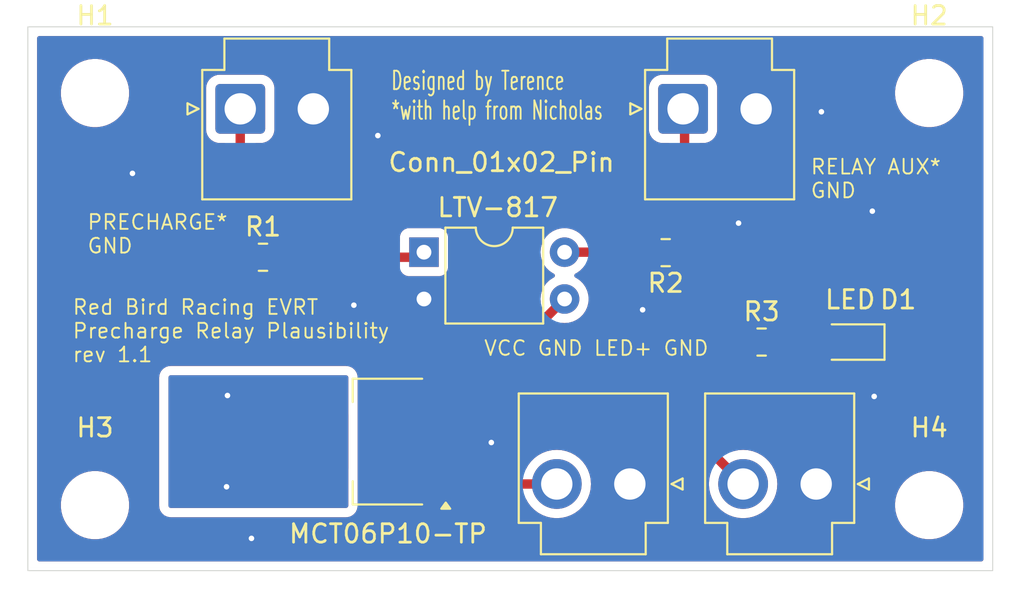
<source format=kicad_pcb>
(kicad_pcb (version 20240108) (generator "pcbnew") (generator_version "8.0")
  (layers (0 "F.Cu" signal) (31 "B.Cu" signal) (34 "B.Paste" user) (35 "F.Paste" user) (36 "B.SilkS" user "B.Silkscreen") (37 "F.SilkS" user "F.Silkscreen") (38 "B.Mask" user) (39 "F.Mask" user) (44 "Edge.Cuts" user))
  (net 0 "")
  (net 1 "GND")
  (net 2 "Net-(D1-A)")
  (net 3 "precharge input")
  (net 4 "relay aux")
  (net 5 "/LED+")
  (net 6 "VCC")
  (net 7 "Net-(Q1-G)")
  (net 8 "Net-(R1-Pad2)")
  (net 9 "Net-(R2-Pad2)")
  (footprint "Connector_JST:JST_VH_B2P-VH_1x02_P3.96mm_Vertical" (layer "F.Cu") (at 134.7425 54.45)
    (property "Reference" "J2" (hide yes))
    (property "Value" "Conn_01x02_Pin" (at -9.8425 2.9 0) (layer "F.SilkS"))
    (fp_line (start -2.86 -0.3) (end -2.26 0) (stroke (width 0.12)) (layer "F.SilkS"))
    (fp_line (start -2.86 0.3) (end -2.86 -0.3) (stroke (width 0.12)) (layer "F.SilkS"))
    (fp_line (start -2.26 0) (end -2.86 0.3) (stroke (width 0.12)) (layer "F.SilkS"))
    (fp_line (start -2.06 -2.11) (end -0.86 -2.11) (stroke (width 0.12)) (layer "F.SilkS"))
    (fp_line (start -2.06 4.91) (end -2.06 -2.11) (stroke (width 0.12)) (layer "F.SilkS"))
    (fp_line (start -0.86 -3.81) (end 4.82 -3.81) (stroke (width 0.12)) (layer "F.SilkS"))
    (fp_line (start -0.86 -2.11) (end -0.86 -3.81) (stroke (width 0.12)) (layer "F.SilkS"))
    (fp_line (start 4.82 -3.81) (end 4.82 -2.11) (stroke (width 0.12)) (layer "F.SilkS"))
    (fp_line (start 4.82 -2.11) (end 6.02 -2.11) (stroke (width 0.12)) (layer "F.SilkS"))
    (fp_line (start 6.02 -2.11) (end 6.02 4.91) (stroke (width 0.12)) (layer "F.SilkS"))
    (fp_line (start 6.02 4.91) (end -2.06 4.91) (stroke (width 0.12)) (layer "F.SilkS"))
    (pad "1" thru_hole roundrect (at 0 0) (size 2.7 2.7) (drill 1.7) (layers "*.Cu" "*.Mask") (roundrect_rratio 0.092593) (net 4 "relay aux"))
    (pad "2" thru_hole circle (at 3.96 0) (size 2.7 2.7) (drill 1.7) (layers "*.Cu" "*.Mask") (net 1 "GND"))
  )
  (footprint "Package_TO_SOT_SMD:SOT-223-3_TabPin2" (layer "F.Cu") (at 118.75 72.5 180)
    (property "Reference" "Q1" (hide yes))
    (property "Value" "MCT06P10-TP" (at 0 -5 180) (layer "F.SilkS"))
    (fp_line (start 1.91 3.41) (end 1.91 2.15) (stroke (width 0.12)) (layer "F.SilkS"))
    (fp_line (start 1.91 -3.41) (end 1.91 -2.15) (stroke (width 0.12)) (layer "F.SilkS"))
    (fp_line (start -1.85 3.41) (end 1.91 3.41) (stroke (width 0.12)) (layer "F.SilkS"))
    (fp_line (start -1.85 -3.41) (end 1.91 -3.41) (stroke (width 0.12)) (layer "F.SilkS"))
    (fp_poly (pts (xy -3.13 -3.31) (xy -3.37 -3.64) (xy -2.89 -3.64) (xy -3.13 -3.31)) (stroke (width 0.12)) (fill solid) (layer "F.SilkS"))
    (pad "1" smd roundrect (at -3.15 -2.3 180) (size 2 1.5) (layers "F.Cu" "F.Paste" "F.Mask") (net 6 "VCC"))
    (pad "2" smd roundrect (at -3.15 0 180) (size 2 1.5) (layers "F.Cu" "F.Paste" "F.Mask") (net 7 "Net-(Q1-G)"))
    (pad "2" smd roundrect (at 3.15 0 180) (size 2 3.8) (layers "F.Cu" "F.Paste" "F.Mask") (net 7 "Net-(Q1-G)"))
    (pad "3" smd roundrect (at -3.15 2.3 180) (size 2 1.5) (layers "F.Cu" "F.Paste" "F.Mask") (net 5 "/LED+"))
  )
  (footprint "Package_DIP:DIP-4_W7.62mm" (layer "F.Cu") (at 120.7 62.225)
    (property "Reference" "U1" (hide yes))
    (property "Value" "LTV-817" (at 4 -2.425 0) (layer "F.SilkS"))
    (fp_line (start 1.16 -1.33) (end 1.16 3.87) (stroke (width 0.12)) (layer "F.SilkS"))
    (fp_line (start 1.16 3.87) (end 6.46 3.87) (stroke (width 0.12)) (layer "F.SilkS"))
    (fp_line (start 2.81 -1.33) (end 1.16 -1.33) (stroke (width 0.12)) (layer "F.SilkS"))
    (fp_line (start 6.46 -1.33) (end 4.81 -1.33) (stroke (width 0.12)) (layer "F.SilkS"))
    (fp_line (start 6.46 3.87) (end 6.46 -1.33) (stroke (width 0.12)) (layer "F.SilkS"))
    (fp_arc (start 4.81 -1.33) (mid 3.81 -0.33) (end 2.81 -1.33) (stroke (width 0.12)) (layer "F.SilkS"))
    (pad "1" thru_hole rect (at 0 0) (size 1.6 1.6) (drill 0.8) (layers "*.Cu" "*.Mask") (net 8 "Net-(R1-Pad2)"))
    (pad "2" thru_hole oval (at 0 2.54) (size 1.6 1.6) (drill 0.8) (layers "*.Cu" "*.Mask") (net 1 "GND"))
    (pad "3" thru_hole oval (at 7.62 2.54) (size 1.6 1.6) (drill 0.8) (layers "*.Cu" "*.Mask") (net 7 "Net-(Q1-G)"))
    (pad "4" thru_hole oval (at 7.62 0) (size 1.6 1.6) (drill 0.8) (layers "*.Cu" "*.Mask") (net 9 "Net-(R2-Pad2)"))
  )
  (footprint "MountingHole:MountingHole_3.2mm_M3" (layer "F.Cu") (at 148.082 75.946)
    (property "Reference" "H4" (at 0 -4.2 0) (layer "F.SilkS"))
    (property "Value" "MountingHole")
    (pad "" np_thru_hole circle (at 0 0) (size 3.2 3.2) (drill 3.2) (layers "*.Cu" "*.Mask"))
  )
  (footprint "Resistor_SMD:R_0805_2012Metric_Pad1.20x1.40mm_HandSolder" (layer "F.Cu") (at 133.8 62.25 180)
    (property "Reference" "R2" (at 0 -1.65 180) (layer "F.SilkS"))
    (property "Value" "2k2")
    (fp_line (start -0.227064 0.735) (end 0.227064 0.735) (stroke (width 0.12)) (layer "F.SilkS"))
    (fp_line (start -0.227064 -0.735) (end 0.227064 -0.735) (stroke (width 0.12)) (layer "F.SilkS"))
    (pad "1" smd roundrect (at -1 0 180) (size 1.2 1.4) (layers "F.Cu" "F.Paste" "F.Mask") (roundrect_rratio 0.208333) (net 4 "relay aux"))
    (pad "2" smd roundrect (at 1 0 180) (size 1.2 1.4) (layers "F.Cu" "F.Paste" "F.Mask") (roundrect_rratio 0.208333) (net 9 "Net-(R2-Pad2)"))
  )
  (footprint "MountingHole:MountingHole_3.2mm_M3" (layer "F.Cu") (at 148.082 53.594)
    (property "Reference" "H2" (at 0 -4.2 0) (layer "F.SilkS"))
    (property "Value" "MountingHole")
    (pad "" np_thru_hole circle (at 0 0) (size 3.2 3.2) (drill 3.2) (layers "*.Cu" "*.Mask"))
  )
  (footprint "Resistor_SMD:R_0805_2012Metric_Pad1.20x1.40mm_HandSolder" (layer "F.Cu") (at 111.975 62.5)
    (property "Reference" "R1" (at 0 -1.65 0) (layer "F.SilkS"))
    (property "Value" "2k2")
    (fp_line (start -0.227064 -0.735) (end 0.227064 -0.735) (stroke (width 0.12)) (layer "F.SilkS"))
    (fp_line (start -0.227064 0.735) (end 0.227064 0.735) (stroke (width 0.12)) (layer "F.SilkS"))
    (pad "1" smd roundrect (at -1 0) (size 1.2 1.4) (layers "F.Cu" "F.Paste" "F.Mask") (roundrect_rratio 0.208333) (net 3 "precharge input"))
    (pad "2" smd roundrect (at 1 0) (size 1.2 1.4) (layers "F.Cu" "F.Paste" "F.Mask") (roundrect_rratio 0.208333) (net 8 "Net-(R1-Pad2)"))
  )
  (footprint "Connector_JST:JST_VH_B2P-VH_1x02_P3.96mm_Vertical" (layer "F.Cu") (at 110.7425 54.45)
    (property "Reference" "J1" (hide yes))
    (property "Value" "Conn_01x02_Pin")
    (fp_line (start -2.86 -0.3) (end -2.26 0) (stroke (width 0.12)) (layer "F.SilkS"))
    (fp_line (start -2.86 0.3) (end -2.86 -0.3) (stroke (width 0.12)) (layer "F.SilkS"))
    (fp_line (start -2.26 0) (end -2.86 0.3) (stroke (width 0.12)) (layer "F.SilkS"))
    (fp_line (start -2.06 -2.11) (end -0.86 -2.11) (stroke (width 0.12)) (layer "F.SilkS"))
    (fp_line (start -2.06 4.91) (end -2.06 -2.11) (stroke (width 0.12)) (layer "F.SilkS"))
    (fp_line (start -0.86 -3.81) (end 4.82 -3.81) (stroke (width 0.12)) (layer "F.SilkS"))
    (fp_line (start -0.86 -2.11) (end -0.86 -3.81) (stroke (width 0.12)) (layer "F.SilkS"))
    (fp_line (start 4.82 -3.81) (end 4.82 -2.11) (stroke (width 0.12)) (layer "F.SilkS"))
    (fp_line (start 4.82 -2.11) (end 6.02 -2.11) (stroke (width 0.12)) (layer "F.SilkS"))
    (fp_line (start 6.02 -2.11) (end 6.02 4.91) (stroke (width 0.12)) (layer "F.SilkS"))
    (fp_line (start 6.02 4.91) (end -2.06 4.91) (stroke (width 0.12)) (layer "F.SilkS"))
    (pad "1" thru_hole roundrect (at 0 0) (size 2.7 2.7) (drill 1.7) (layers "*.Cu" "*.Mask") (roundrect_rratio 0.092593) (net 3 "precharge input"))
    (pad "2" thru_hole circle (at 3.96 0) (size 2.7 2.7) (drill 1.7) (layers "*.Cu" "*.Mask") (net 1 "GND"))
  )
  (footprint "Connector_JST:JST_VH_B2P-VH_1x02_P3.96mm_Vertical" (layer "F.Cu") (at 131.8575 74.8 180)
    (property "Reference" "J5" (hide yes))
    (property "Value" "Conn_01x02_Pin")
    (fp_line (start 6.02 4.91) (end -2.06 4.91) (stroke (width 0.12)) (layer "F.SilkS"))
    (fp_line (start 6.02 -2.11) (end 6.02 4.91) (stroke (width 0.12)) (layer "F.SilkS"))
    (fp_line (start 4.82 -2.11) (end 6.02 -2.11) (stroke (width 0.12)) (layer "F.SilkS"))
    (fp_line (start 4.82 -3.81) (end 4.82 -2.11) (stroke (width 0.12)) (layer "F.SilkS"))
    (fp_line (start -0.86 -2.11) (end -0.86 -3.81) (stroke (width 0.12)) (layer "F.SilkS"))
    (fp_line (start -0.86 -3.81) (end 4.82 -3.81) (stroke (width 0.12)) (layer "F.SilkS"))
    (fp_line (start -2.06 4.91) (end -2.06 -2.11) (stroke (width 0.12)) (layer "F.SilkS"))
    (fp_line (start -2.06 -2.11) (end -0.86 -2.11) (stroke (width 0.12)) (layer "F.SilkS"))
    (fp_line (start -2.26 0) (end -2.86 0.3) (stroke (width 0.12)) (layer "F.SilkS"))
    (fp_line (start -2.86 0.3) (end -2.86 -0.3) (stroke (width 0.12)) (layer "F.SilkS"))
    (fp_line (start -2.86 -0.3) (end -2.26 0) (stroke (width 0.12)) (layer "F.SilkS"))
    (pad "1" thru_hole roundrect (at 0 0 180) (size 2.7 2.7) (drill 1.7) (layers "*.Cu" "*.Mask") (roundrect_rratio 0.092593) (net 1 "GND"))
    (pad "2" thru_hole circle (at 3.96 0 180) (size 2.7 2.7) (drill 1.7) (layers "*.Cu" "*.Mask") (net 6 "VCC"))
  )
  (footprint "LED_SMD:LED_0805_2012Metric_Pad1.15x1.40mm_HandSolder" (layer "F.Cu") (at 143.8 67.1 180)
    (property "Reference" "D1" (at -2.6 2.3 180) (layer "F.SilkS"))
    (property "Value" "LED" (at 0 2.3 180) (layer "F.SilkS"))
    (fp_line (start 1 -0.96) (end -1.86 -0.96) (stroke (width 0.12)) (layer "F.SilkS"))
    (fp_line (start -1.86 0.96) (end 1 0.96) (stroke (width 0.12)) (layer "F.SilkS"))
    (fp_line (start -1.86 -0.96) (end -1.86 0.96) (stroke (width 0.12)) (layer "F.SilkS"))
    (pad "1" smd roundrect (at -1.025 0 180) (size 1.15 1.4) (layers "F.Cu" "F.Paste" "F.Mask") (roundrect_rratio 0.217391) (net 1 "GND"))
    (pad "2" smd roundrect (at 1.025 0 180) (size 1.15 1.4) (layers "F.Cu" "F.Paste" "F.Mask") (roundrect_rratio 0.217391) (net 2 "Net-(D1-A)"))
  )
  (footprint "Resistor_SMD:R_0805_2012Metric_Pad1.20x1.40mm_HandSolder" (layer "F.Cu") (at 139 67.1)
    (property "Reference" "R3" (at 0 -1.65 0) (layer "F.SilkS"))
    (property "Value" "2k2")
    (fp_line (start -0.227064 -0.735) (end 0.227064 -0.735) (stroke (width 0.12)) (layer "F.SilkS"))
    (fp_line (start -0.227064 0.735) (end 0.227064 0.735) (stroke (width 0.12)) (layer "F.SilkS"))
    (pad "1" smd roundrect (at -1 0) (size 1.2 1.4) (layers "F.Cu" "F.Paste" "F.Mask") (roundrect_rratio 0.208333) (net 5 "/LED+"))
    (pad "2" smd roundrect (at 1 0) (size 1.2 1.4) (layers "F.Cu" "F.Paste" "F.Mask") (roundrect_rratio 0.208333) (net 2 "Net-(D1-A)"))
  )
  (footprint "Connector_JST:JST_VH_B2P-VH_1x02_P3.96mm_Vertical" (layer "F.Cu") (at 141.9575 74.8 180)
    (property "Reference" "J4" (hide yes))
    (property "Value" "Conn_01x02_Pin")
    (fp_line (start 6.02 4.91) (end -2.06 4.91) (stroke (width 0.12)) (layer "F.SilkS"))
    (fp_line (start 6.02 -2.11) (end 6.02 4.91) (stroke (width 0.12)) (layer "F.SilkS"))
    (fp_line (start 4.82 -2.11) (end 6.02 -2.11) (stroke (width 0.12)) (layer "F.SilkS"))
    (fp_line (start 4.82 -3.81) (end 4.82 -2.11) (stroke (width 0.12)) (layer "F.SilkS"))
    (fp_line (start -0.86 -2.11) (end -0.86 -3.81) (stroke (width 0.12)) (layer "F.SilkS"))
    (fp_line (start -0.86 -3.81) (end 4.82 -3.81) (stroke (width 0.12)) (layer "F.SilkS"))
    (fp_line (start -2.06 4.91) (end -2.06 -2.11) (stroke (width 0.12)) (layer "F.SilkS"))
    (fp_line (start -2.06 -2.11) (end -0.86 -2.11) (stroke (width 0.12)) (layer "F.SilkS"))
    (fp_line (start -2.26 0) (end -2.86 0.3) (stroke (width 0.12)) (layer "F.SilkS"))
    (fp_line (start -2.86 0.3) (end -2.86 -0.3) (stroke (width 0.12)) (layer "F.SilkS"))
    (fp_line (start -2.86 -0.3) (end -2.26 0) (stroke (width 0.12)) (layer "F.SilkS"))
    (pad "1" thru_hole roundrect (at 0 0 180) (size 2.7 2.7) (drill 1.7) (layers "*.Cu" "*.Mask") (roundrect_rratio 0.092593) (net 1 "GND"))
    (pad "2" thru_hole circle (at 3.96 0 180) (size 2.7 2.7) (drill 1.7) (layers "*.Cu" "*.Mask") (net 5 "/LED+"))
  )
  (footprint "MountingHole:MountingHole_3.2mm_M3" (layer "F.Cu") (at 102.87 75.946)
    (property "Reference" "H3" (at 0 -4.2 0) (layer "F.SilkS"))
    (property "Value" "MountingHole")
    (pad "" np_thru_hole circle (at 0 0) (size 3.2 3.2) (drill 3.2) (layers "*.Cu" "*.Mask"))
  )
  (footprint "MountingHole:MountingHole_3.2mm_M3" (layer "F.Cu") (at 102.87 53.594)
    (property "Reference" "H1" (at 0 -4.2 0) (layer "F.SilkS"))
    (property "Value" "MountingHole")
    (pad "" np_thru_hole circle (at 0 0) (size 3.2 3.2) (drill 3.2) (layers "*.Cu" "*.Mask"))
  )
  (gr_rect (start 99.23 50) (end 151.524 79.5) (stroke (width 0.05)) (fill none) (layer "Edge.Cuts"))
  (gr_text "PRECHARGE*\nGND" (at 102.4 62.35 0) (layer "F.SilkS") (effects (font (size 0.8001 0.8001) (thickness 0.1016) (bold yes)) (justify left bottom)))
  (gr_text "Red Bird Racing EVRT\nPrecharge Relay Plausibility\nrev 1.1" (at 101.6 68.25 0) (layer "F.SilkS") (effects (font (size 0.8001 0.8001) (thickness 0.1016)) (justify left bottom)))
  (gr_text "Designed by Terence \n*with help from Nicholas" (at 118.872 55.118 0) (layer "F.SilkS") (effects (font (size 1 0.6) (thickness 0.1)) (justify left bottom)))
  (gr_text "VCC GND LED+ GND" (at 123.9 67.9 0) (layer "F.SilkS") (effects (font (size 0.8001 0.8001) (thickness 0.1)) (justify left bottom)))
  (gr_text "RELAY AUX*\nGND\n" (at 141.6 59.35 0) (layer "F.SilkS") (effects (font (size 0.8001 0.8001) (thickness 0.1016) (bold yes)) (justify left bottom)))
  (segment (start 141.9 74.8) (end 141.9575 74.8) (width 0.508) (layer "F.Cu") (net 1))
  (via (at 104.9 57.95) (size 0.6) (drill 0.3) (layers "F.Cu" "B.Cu") (net 1))
  (via (at 137.75 60.65) (size 0.6) (drill 0.3) (layers "F.Cu" "B.Cu") (net 1))
  (via (at 118.2 55.9) (size 0.6) (drill 0.3) (layers "F.Cu" "B.Cu") (net 1))
  (via (at 124.35 72.55) (size 0.6) (drill 0.3) (layers "F.Cu" "B.Cu") (net 1))
  (via (at 142.24 54.61) (size 0.6) (drill 0.3) (layers "F.Cu" "B.Cu") (net 1))
  (via (at 145.1 70.05) (size 0.6) (drill 0.3) (layers "F.Cu" "B.Cu") (net 1))
  (via (at 111.35 77.75) (size 0.6) (drill 0.3) (layers "F.Cu" "B.Cu") (net 1))
  (via (at 145 60) (size 0.6) (drill 0.3) (layers "F.Cu" "B.Cu") (net 1))
  (via (at 116.9 65.1) (size 0.6) (drill 0.3) (layers "F.Cu" "B.Cu") (net 1))
  (via (at 132.55 65.35) (size 0.6) (drill 0.3) (layers "F.Cu" "B.Cu") (net 1))
  (segment (start 140.025 67.1) (end 142.775 67.1) (width 0.508) (layer "F.Cu") (net 2))
  (segment (start 110.7425 54.45) (end 110.7425 62.2925) (width 0.508) (layer "F.Cu") (net 3))
  (segment (start 110.7425 62.2925) (end 110.95 62.5) (width 0.508) (layer "F.Cu") (net 3))
  (segment (start 134.856 54.5635) (end 134.7425 54.45) (width 0.2) (layer "F.Cu") (net 4))
  (segment (start 134.825 62.25) (end 134.825 54.5325) (width 0.508) (layer "F.Cu") (net 4))
  (segment (start 134.825 54.5325) (end 134.7425 54.45) (width 0.508) (layer "F.Cu") (net 4))
  (segment (start 121.9 70.2) (end 133.3975 70.2) (width 0.508) (layer "F.Cu") (net 5))
  (segment (start 133.4 70.2) (end 136.5 67.1) (width 0.508) (layer "F.Cu") (net 5))
  (segment (start 121.9 70.2) (end 133.4 70.2) (width 0.508) (layer "F.Cu") (net 5))
  (segment (start 133.3975 70.2) (end 137.9975 74.8) (width 0.508) (layer "F.Cu") (net 5))
  (segment (start 136.5 67.1) (end 137.975 67.1) (width 0.508) (layer "F.Cu") (net 5))
  (segment (start 121.9 74.8) (end 127.8975 74.8) (width 0.508) (layer "F.Cu") (net 6))
  (segment (start 118.7 71.1) (end 118.7 68.95) (width 0.508) (layer "F.Cu") (net 7))
  (segment (start 118.7 68.95) (end 120.15 67.5) (width 0.508) (layer "F.Cu") (net 7))
  (segment (start 125.585 67.5) (end 128.32 64.765) (width 0.508) (layer "F.Cu") (net 7))
  (segment (start 121.9 72.5) (end 120.1 72.5) (width 0.508) (layer "F.Cu") (net 7))
  (segment (start 120.15 67.5) (end 125.585 67.5) (width 0.508) (layer "F.Cu") (net 7))
  (segment (start 120.1 72.5) (end 118.7 71.1) (width 0.508) (layer "F.Cu") (net 7))
  (via (at 110 74.95) (size 0.6) (drill 0.3) (layers "F.Cu" "B.Cu") (net 7))
  (via (at 110.05 70) (size 0.6) (drill 0.3) (layers "F.Cu" "B.Cu") (net 7))
  (segment (start 113 62.5) (end 120.425 62.5) (width 0.508) (layer "F.Cu") (net 8))
  (segment (start 120.425 62.5) (end 120.7 62.225) (width 0.508) (layer "F.Cu") (net 8))
  (segment (start 128.325 62.23) (end 128.32 62.225) (width 0.508) (layer "F.Cu") (net 9))
  (segment (start 128.32 62.225) (end 132.75 62.225) (width 0.508) (layer "F.Cu") (net 9))
  (segment (start 132.75 62.225) (end 132.775 62.25) (width 0.508) (layer "F.Cu") (net 9))
  (zone (net 7) (net_name "Net-(Q1-G)") (layers "F&B.Cu") (priority 1) (connect_pads yes (clearance 0.5)) (min_thickness 0.254) (fill yes (thermal_gap 0.5) (thermal_bridge_width 0.5) (smoothing chamfer))
    (polygon (pts (xy 116.6 68.9) (xy 106.85 68.9) (xy 106.85 76.1) (xy 116.6 76.1)))
  )
  (zone (net 1) (net_name "GND") (layers "F&B.Cu") (connect_pads yes (clearance 0.5)) (min_thickness 0.25) (fill yes (thermal_gap 0.5) (thermal_bridge_width 0.5))
    (polygon (pts (xy 151.638 50.292) (xy 151.638 79.756) (xy 99.314 79.502) (xy 99.314 50.038)))
  )
)
</source>
